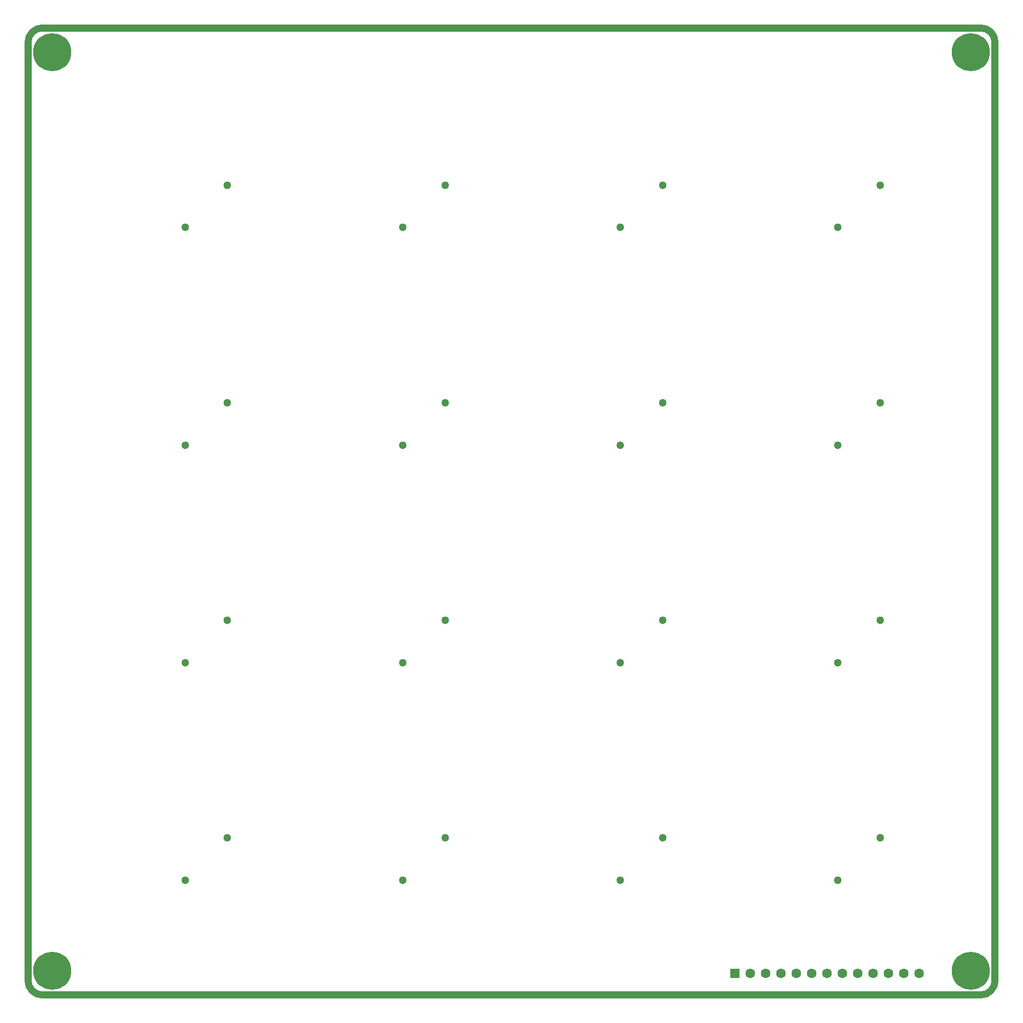
<source format=gts>
G04 Layer_Color=8388736*
%FSLAX25Y25*%
%MOIN*%
G70*
G01*
G75*
%ADD15C,0.05118*%
%ADD76C,0.04724*%
%ADD77C,0.24810*%
%ADD78C,0.06306*%
G04:AMPARAMS|DCode=79|XSize=63.06mil|YSize=63.06mil|CornerRadius=4.95mil|HoleSize=0mil|Usage=FLASHONLY|Rotation=0.000|XOffset=0mil|YOffset=0mil|HoleType=Round|Shape=RoundedRectangle|*
%AMROUNDEDRECTD79*
21,1,0.06306,0.05315,0,0,0.0*
21,1,0.05315,0.06306,0,0,0.0*
1,1,0.00991,0.02658,-0.02658*
1,1,0.00991,-0.02658,-0.02658*
1,1,0.00991,-0.02658,0.02658*
1,1,0.00991,0.02658,0.02658*
%
%ADD79ROUNDEDRECTD79*%
D15*
X-185039Y212598D02*
D03*
X-212598Y185039D02*
D03*
X212598Y-240158D02*
D03*
X240158Y-212598D02*
D03*
X98425D02*
D03*
X70866Y-240158D02*
D03*
X-70866D02*
D03*
X-43307Y-212598D02*
D03*
X-185039D02*
D03*
X-212598Y-240158D02*
D03*
X212598Y-98425D02*
D03*
X240158Y-70866D02*
D03*
X98425D02*
D03*
X70866Y-98425D02*
D03*
X-70866D02*
D03*
X-43307Y-70866D02*
D03*
X-185039D02*
D03*
X-212598Y-98425D02*
D03*
X212598Y43307D02*
D03*
X240158Y70866D02*
D03*
X98425D02*
D03*
X70866Y43307D02*
D03*
X-70866D02*
D03*
X-43307Y70866D02*
D03*
X-185039D02*
D03*
X-212598Y43307D02*
D03*
X212598Y185039D02*
D03*
X240158Y212598D02*
D03*
X98425D02*
D03*
X70866Y185039D02*
D03*
X-70866D02*
D03*
X-43307Y212598D02*
D03*
D76*
X314961Y305512D02*
G03*
X305512Y314961I-9449J0D01*
G01*
Y-314961D02*
G03*
X314961Y-305512I0J9449D01*
G01*
X-314961D02*
G03*
X-305512Y-314961I9449J0D01*
G01*
Y314961D02*
G03*
X-314961Y305512I0J-9449D01*
G01*
X-305512Y-314961D02*
X305512D01*
X314961Y-305512D02*
Y305512D01*
X-305512Y314961D02*
X305512D01*
X-314961Y-305512D02*
Y305512D01*
D77*
X299213Y-299213D02*
D03*
X-299213D02*
D03*
X299213Y299213D02*
D03*
X-299213D02*
D03*
D78*
X255321Y-300984D02*
D03*
X245321D02*
D03*
X235321D02*
D03*
X225321D02*
D03*
X215321D02*
D03*
X155309D02*
D03*
X265321D02*
D03*
X165309D02*
D03*
X175309D02*
D03*
X185309D02*
D03*
X195309D02*
D03*
X205309D02*
D03*
D79*
X145309D02*
D03*
M02*

</source>
